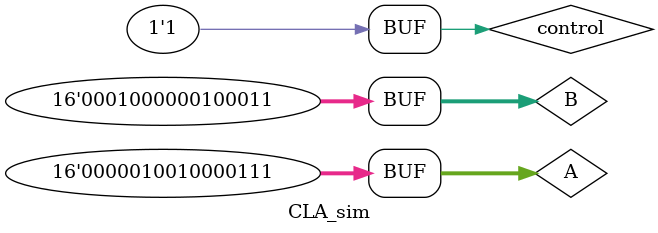
<source format=v>
`timescale 1ns / 1ps

module CLA_sim();

    reg [15:0] A;
    reg [15:0] B;
    reg control;
   
    wire [15:0] Sum;
    wire Carry;
    wire overflow;
    
    CLA_16bAddSub UUT(.A(A), .B(B), .control(control), .Sum(Sum), .overflow(overflow), .Carry(Carry));
    
    
    initial begin
   
    //47 + 15 = 62
    control = 0;
    A = 47;
    B = 15;
    #10;
   
   //(-30577) - (-28671) = -1906
    control = 1;
   	A = -30577;
    B = -28671;
    #10;
    
    //1031 + 4099 = 5130
    control = 0;
    A = 1031;
    B = 4099;
    #10;
    
    //12321 + 30123 = 42444 OVERFLOW
    control = 0;
    A = 12321;
    B = 30123;
    #10;
   
    //1159 - 4131 = -2972
    control = 1;
    A = 1159;
    B = 4131;
    #10;
    
    end
endmodule
</source>
